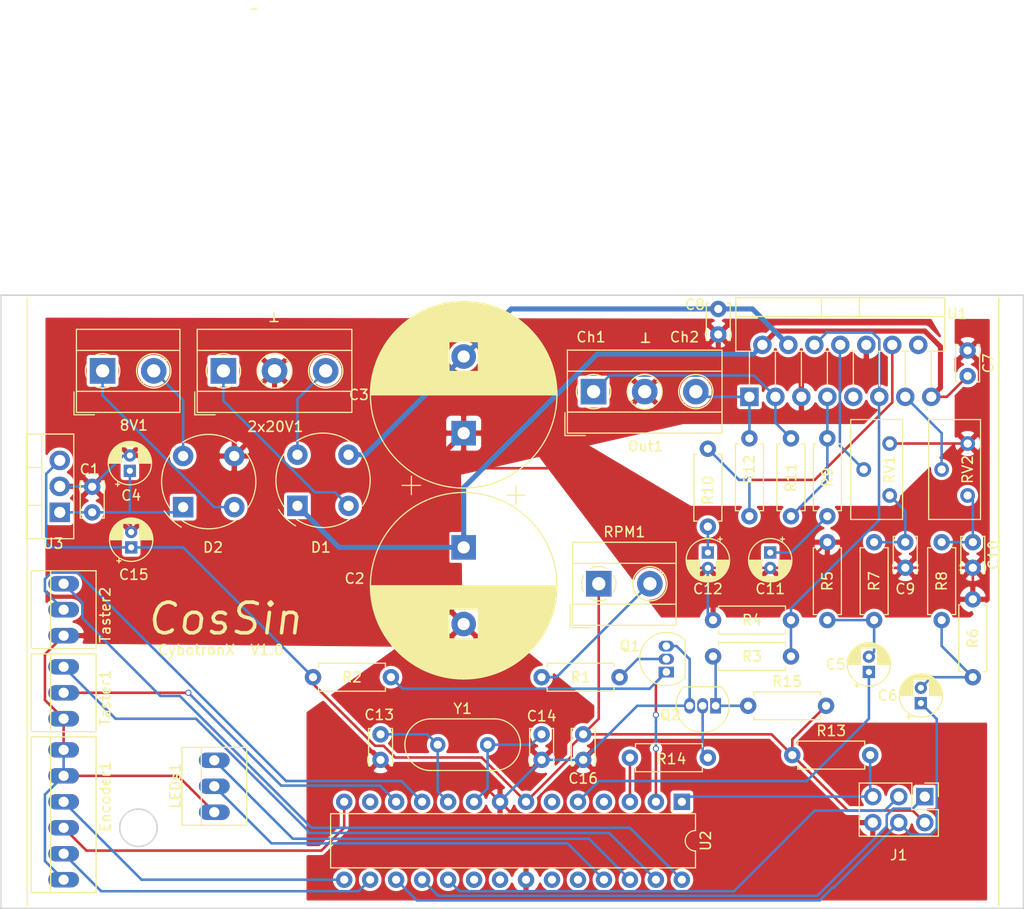
<source format=kicad_pcb>
(kicad_pcb (version 20171130) (host pcbnew 5.1.7-a382d34a8~88~ubuntu18.04.1)
  (layers (0 F.Cu signal hide) (31 B.Cu signal) (34 B.Paste user) (35 F.Paste user) (36 B.SilkS user) (37 F.SilkS user) (38 B.Mask user) (39 F.Mask user hide) (44 Edge.Cuts user))
  (net 0 "")
  (net 1 VEE)
  (net 2 "Net-(R10-Pad1)")
  (net 3 "Net-(C10-Pad1)")
  (net 4 "Net-(C11-Pad1)")
  (net 5 GND)
  (net 6 VCC)
  (net 7 "Net-(C5-Pad2)")
  (net 8 "Net-(C6-Pad2)")
  (net 9 "Net-(C9-Pad1)")
  (net 10 "Net-(C12-Pad1)")
  (net 11 +5V)
  (net 12 "Net-(Q1-Pad2)")
  (net 13 RPM)
  (net 14 Mute)
  (net 15 "Net-(R11-Pad2)")
  (net 16 "Net-(RV1-Pad2)")
  (net 17 "Net-(RV2-Pad2)")
  (net 18 ENC_B)
  (net 19 ENC_S)
  (net 20 ENC_A)
  (net 21 Tast_1)
  (net 22 Tast_2)
  (net 23 LED_1)
  (net 24 LED_2)
  (net 25 LED_3)
  (net 26 LED_4)
  (net 27 "Net-(2x20V1-Pad1)")
  (net 28 "Net-(2x20V1-Pad3)")
  (net 29 "Net-(8V1-Pad1)")
  (net 30 "Net-(8V1-Pad2)")
  (net 31 "Net-(Out1-Pad3)")
  (net 32 "Net-(Out1-Pad1)")
  (net 33 "Net-(R1-Pad2)")
  (net 34 "Net-(C1-Pad1)")
  (net 35 MOSI)
  (net 36 "Net-(C13-Pad1)")
  (net 37 "Net-(C14-Pad1)")
  (net 38 RST)
  (net 39 SCK)
  (net 40 MISO)
  (net 41 "Net-(Q2-Pad1)")
  (net 42 "Net-(Q2-Pad2)")
  (net 43 Mute_)
  (net 44 DDS2)
  (module Capacitor_THT:CP_Radial_D18.0mm_P7.50mm (layer F.Cu) (at 80.264 63.5 90)
    (fp_text reference C3 (at 3.75 -10.25 180) (layer F.SilkS))
    (fp_text value 2200µ/50V)
    (pad 1 thru_hole rect (at 0 0 90) (size 2.4 2.4) (drill 1.2) (layers *.Cu *.Mask) (net 5 GND))
    (pad 2 thru_hole circle (at 7.5 0 90) (size 2.4 2.4) (drill 1.2) (layers *.Cu *.Mask) (net 1 VEE))
  )
  (module Connect:TerminalBlock_MetzConnect_Type055_RT01503HDWU_1x03_P5.00mm_Horizontal (layer F.Cu) (at 92.964 59.436)
    (fp_text reference Out1 (at 5.08 5.334) (layer F.SilkS))
    (fp_text value Screw_Terminal_01x03)
    (pad 3 thru_hole circle (at 10 0) (size 2.5 2.5) (drill 1.3) (layers *.Cu *.Mask) (net 31 "Net-(Out1-Pad3)"))
    (pad 2 thru_hole circle (at 5 0) (size 2.5 2.5) (drill 1.3) (layers *.Cu *.Mask) (net 5 GND))
    (pad 1 thru_hole rect (at 0 0) (size 2.5 2.5) (drill 1.3) (layers *.Cu *.Mask) (net 32 "Net-(Out1-Pad1)"))
  )
  (module Package_TO_SOT_THT:TO-220-3_Vertical (layer F.Cu) (at 40.767 71.247 90)
    (fp_text reference U3 (at -3.048 -0.635 180) (layer F.SilkS))
    (fp_text value LM7805_TO220)
    (pad 3 thru_hole oval (at 5.08 0 90) (size 1.905 2) (drill 1.1) (layers *.Cu *.Mask) (net 11 +5V))
    (pad 2 thru_hole oval (at 2.54 0 90) (size 1.905 2) (drill 1.1) (layers *.Cu *.Mask) (net 5 GND))
    (pad 1 thru_hole rect (at 0 0 90) (size 1.905 2) (drill 1.1) (layers *.Cu *.Mask) (net 34 "Net-(C1-Pad1)"))
  )
  (module Capacitor_THT:C_Disc_D3.4mm_W2.1mm_P2.50mm (layer F.Cu) (at 91.948 92.964 270)
    (fp_text reference C16 (at 4.318 0 180) (layer F.SilkS))
    (fp_text value 100n)
    (pad 2 thru_hole circle (at 2.5 0 270) (size 1.6 1.6) (drill 0.8) (layers *.Cu *.Mask) (net 5 GND))
    (pad 1 thru_hole circle (at 0 0 270) (size 1.6 1.6) (drill 0.8) (layers *.Cu *.Mask) (net 11 +5V))
  )
  (module Crystal:Crystal_HC49-U_Vertical (layer F.Cu) (at 77.724 93.98)
    (fp_text reference Y1 (at 2.44 -3.525) (layer F.SilkS))
    (fp_text value Crystal)
    (pad 2 thru_hole circle (at 4.88 0) (size 1.5 1.5) (drill 0.8) (layers *.Cu *.Mask) (net 37 "Net-(C14-Pad1)"))
    (pad 1 thru_hole circle (at 0 0) (size 1.5 1.5) (drill 0.8) (layers *.Cu *.Mask) (net 36 "Net-(C13-Pad1)"))
  )
  (module Resistor_THT:R_Axial_DIN0207_L6.3mm_D2.5mm_P7.62mm_Horizontal (layer F.Cu) (at 104.14 95.25 180)
    (fp_text reference R14 (at 3.556 -0.127) (layer F.SilkS))
    (fp_text value 100K)
    (pad 2 thru_hole oval (at 7.62 0 180) (size 1.6 1.6) (drill 0.8) (layers *.Cu *.Mask) (net 43 Mute_))
    (pad 1 thru_hole circle (at 0 0 180) (size 1.6 1.6) (drill 0.8) (layers *.Cu *.Mask) (net 42 "Net-(Q2-Pad2)"))
  )
  (module Package_TO_SOT_THT:TO-92_Inline (layer F.Cu) (at 104.902 90.17 180)
    (fp_text reference Q2 (at 4.445 -0.889) (layer F.SilkS))
    (fp_text value BC547)
    (pad 1 thru_hole rect (at 0 0 180) (size 1.05 1.5) (drill 0.75) (layers *.Cu *.Mask) (net 41 "Net-(Q2-Pad1)"))
    (pad 3 thru_hole oval (at 2.54 0 180) (size 1.05 1.5) (drill 0.75) (layers *.Cu *.Mask) (net 5 GND))
    (pad 2 thru_hole oval (at 1.27 0 180) (size 1.05 1.5) (drill 0.75) (layers *.Cu *.Mask) (net 42 "Net-(Q2-Pad2)"))
  )
  (module Package_DIP:DIP-28_W7.62mm (layer F.Cu) (at 101.6 99.568 270)
    (fp_text reference U2 (at 3.81 -2.33 90) (layer F.SilkS))
    (fp_text value ATmega328P-PU)
    (pad 28 thru_hole oval (at 7.62 0 270) (size 1.6 1.6) (drill 0.8) (layers *.Cu *.Mask) (net 24 LED_2))
    (pad 14 thru_hole oval (at 0 33.02 270) (size 1.6 1.6) (drill 0.8) (layers *.Cu *.Mask) (net 18 ENC_B))
    (pad 27 thru_hole oval (at 7.62 2.54 270) (size 1.6 1.6) (drill 0.8) (layers *.Cu *.Mask) (net 23 LED_1))
    (pad 13 thru_hole oval (at 0 30.48 270) (size 1.6 1.6) (drill 0.8) (layers *.Cu *.Mask))
    (pad 26 thru_hole oval (at 7.62 5.08 270) (size 1.6 1.6) (drill 0.8) (layers *.Cu *.Mask) (net 25 LED_3))
    (pad 12 thru_hole oval (at 0 27.94 270) (size 1.6 1.6) (drill 0.8) (layers *.Cu *.Mask) (net 21 Tast_1))
    (pad 25 thru_hole oval (at 7.62 7.62 270) (size 1.6 1.6) (drill 0.8) (layers *.Cu *.Mask) (net 26 LED_4))
    (pad 11 thru_hole oval (at 0 25.4 270) (size 1.6 1.6) (drill 0.8) (layers *.Cu *.Mask) (net 22 Tast_2))
    (pad 24 thru_hole oval (at 7.62 10.16 270) (size 1.6 1.6) (drill 0.8) (layers *.Cu *.Mask))
    (pad 10 thru_hole oval (at 0 22.86 270) (size 1.6 1.6) (drill 0.8) (layers *.Cu *.Mask) (net 36 "Net-(C13-Pad1)"))
    (pad 23 thru_hole oval (at 7.62 12.7 270) (size 1.6 1.6) (drill 0.8) (layers *.Cu *.Mask))
    (pad 9 thru_hole oval (at 0 20.32 270) (size 1.6 1.6) (drill 0.8) (layers *.Cu *.Mask) (net 37 "Net-(C14-Pad1)"))
    (pad 22 thru_hole oval (at 7.62 15.24 270) (size 1.6 1.6) (drill 0.8) (layers *.Cu *.Mask) (net 5 GND))
    (pad 8 thru_hole oval (at 0 17.78 270) (size 1.6 1.6) (drill 0.8) (layers *.Cu *.Mask) (net 5 GND))
    (pad 21 thru_hole oval (at 7.62 17.78 270) (size 1.6 1.6) (drill 0.8) (layers *.Cu *.Mask))
    (pad 7 thru_hole oval (at 0 15.24 270) (size 1.6 1.6) (drill 0.8) (layers *.Cu *.Mask) (net 11 +5V))
    (pad 20 thru_hole oval (at 7.62 20.32 270) (size 1.6 1.6) (drill 0.8) (layers *.Cu *.Mask))
    (pad 6 thru_hole oval (at 0 12.7 270) (size 1.6 1.6) (drill 0.8) (layers *.Cu *.Mask))
    (pad 19 thru_hole oval (at 7.62 22.86 270) (size 1.6 1.6) (drill 0.8) (layers *.Cu *.Mask) (net 39 SCK))
    (pad 5 thru_hole oval (at 0 10.16 270) (size 1.6 1.6) (drill 0.8) (layers *.Cu *.Mask) (net 44 DDS2))
    (pad 18 thru_hole oval (at 7.62 25.4 270) (size 1.6 1.6) (drill 0.8) (layers *.Cu *.Mask) (net 40 MISO))
    (pad 4 thru_hole oval (at 0 7.62 270) (size 1.6 1.6) (drill 0.8) (layers *.Cu *.Mask))
    (pad 17 thru_hole oval (at 7.62 27.94 270) (size 1.6 1.6) (drill 0.8) (layers *.Cu *.Mask) (net 35 MOSI))
    (pad 3 thru_hole oval (at 0 5.08 270) (size 1.6 1.6) (drill 0.8) (layers *.Cu *.Mask) (net 43 Mute_))
    (pad 16 thru_hole oval (at 7.62 30.48 270) (size 1.6 1.6) (drill 0.8) (layers *.Cu *.Mask) (net 20 ENC_A))
    (pad 2 thru_hole oval (at 0 2.54 270) (size 1.6 1.6) (drill 0.8) (layers *.Cu *.Mask) (net 13 RPM))
    (pad 15 thru_hole oval (at 7.62 33.02 270) (size 1.6 1.6) (drill 0.8) (layers *.Cu *.Mask) (net 19 ENC_S))
    (pad 1 thru_hole rect (at 0 0 270) (size 1.6 1.6) (drill 0.8) (layers *.Cu *.Mask) (net 38 RST))
  )
  (module Connector_PinHeader_2.54mm:PinHeader_2x03_P2.54mm_Vertical (layer F.Cu) (at 125.349 99.06 270)
    (fp_text reference J1 (at 5.715 2.54 180) (layer F.SilkS))
    (fp_text value AVR-ISP-6)
    (pad 6 thru_hole oval (at 2.54 5.08 270) (size 1.7 1.7) (drill 1) (layers *.Cu *.Mask) (net 5 GND))
    (pad 5 thru_hole oval (at 0 5.08 270) (size 1.7 1.7) (drill 1) (layers *.Cu *.Mask) (net 38 RST))
    (pad 4 thru_hole oval (at 2.54 2.54 270) (size 1.7 1.7) (drill 1) (layers *.Cu *.Mask) (net 35 MOSI))
    (pad 3 thru_hole oval (at 0 2.54 270) (size 1.7 1.7) (drill 1) (layers *.Cu *.Mask) (net 39 SCK))
    (pad 2 thru_hole oval (at 2.54 0 270) (size 1.7 1.7) (drill 1) (layers *.Cu *.Mask) (net 11 +5V))
    (pad 1 thru_hole rect (at 0 0 270) (size 1.7 1.7) (drill 1) (layers *.Cu *.Mask) (net 40 MISO))
  )
  (module Resistor_THT:R_Axial_DIN0207_L6.3mm_D2.5mm_P7.62mm_Horizontal (layer F.Cu) (at 108.077 90.17)
    (fp_text reference R15 (at 3.81 -2.37) (layer F.SilkS))
    (fp_text value 10K)
    (pad 2 thru_hole oval (at 7.62 0) (size 1.6 1.6) (drill 0.8) (layers *.Cu *.Mask) (net 11 +5V))
    (pad 1 thru_hole circle (at 0 0) (size 1.6 1.6) (drill 0.8) (layers *.Cu *.Mask) (net 41 "Net-(Q2-Pad1)"))
  )
  (module Capacitor_THT:CP_Radial_D4.0mm_P1.50mm (layer F.Cu) (at 47.752 74.676 90)
    (fp_text reference C15 (at -2.667 0.254 180) (layer F.SilkS))
    (fp_text value 10µ)
    (pad 2 thru_hole circle (at 1.5 0 90) (size 1.2 1.2) (drill 0.6) (layers *.Cu *.Mask) (net 5 GND))
    (pad 1 thru_hole rect (at 0 0 90) (size 1.2 1.2) (drill 0.6) (layers *.Cu *.Mask) (net 11 +5V))
  )
  (module Resistor_THT:R_Axial_DIN0207_L6.3mm_D2.5mm_P7.62mm_Horizontal (layer F.Cu) (at 112.395 94.996)
    (fp_text reference R13 (at 3.81 -2.37) (layer F.SilkS))
    (fp_text value 10K)
    (pad 2 thru_hole oval (at 7.62 0) (size 1.6 1.6) (drill 0.8) (layers *.Cu *.Mask) (net 38 RST))
    (pad 1 thru_hole circle (at 0 0) (size 1.6 1.6) (drill 0.8) (layers *.Cu *.Mask) (net 11 +5V))
  )
  (module Capacitor_THT:C_Disc_D3.4mm_W2.1mm_P2.50mm (layer F.Cu) (at 72.136 92.964 270)
    (fp_text reference C13 (at -1.905 0.127 180) (layer F.SilkS))
    (fp_text value 22p)
    (pad 2 thru_hole circle (at 2.5 0 270) (size 1.6 1.6) (drill 0.8) (layers *.Cu *.Mask) (net 5 GND))
    (pad 1 thru_hole circle (at 0 0 270) (size 1.6 1.6) (drill 0.8) (layers *.Cu *.Mask) (net 36 "Net-(C13-Pad1)"))
  )
  (module Capacitor_THT:C_Disc_D3.4mm_W2.1mm_P2.50mm (layer F.Cu) (at 87.884 92.964 270)
    (fp_text reference C14 (at -1.778 0 180) (layer F.SilkS))
    (fp_text value 22p)
    (pad 2 thru_hole circle (at 2.5 0 270) (size 1.6 1.6) (drill 0.8) (layers *.Cu *.Mask) (net 5 GND))
    (pad 1 thru_hole circle (at 0 0 270) (size 1.6 1.6) (drill 0.8) (layers *.Cu *.Mask) (net 37 "Net-(C14-Pad1)"))
  )
  (module Diode_THT:Diode_Bridge_Round_D9.0mm (layer F.Cu) (at 64.008 70.612 90)
    (fp_text reference D1 (at -4.064 2.286 180) (layer F.SilkS))
    (fp_text value D_Bridge_+A-A)
    (pad 4 thru_hole oval (at 5 0 90) (size 2 2) (drill 1) (layers *.Cu *.Mask) (net 28 "Net-(2x20V1-Pad3)"))
    (pad 2 thru_hole oval (at 0 5 90) (size 2 2) (drill 1) (layers *.Cu *.Mask) (net 27 "Net-(2x20V1-Pad1)"))
    (pad 3 thru_hole oval (at 5 5 90) (size 2 2) (drill 1) (layers *.Cu *.Mask) (net 1 VEE))
    (pad 1 thru_hole rect (at 0 0 90) (size 2 2) (drill 1) (layers *.Cu *.Mask) (net 6 VCC))
  )
  (module Connectors_:PINHEAD1-3 (layer F.Cu) (at 55.88 100.584 90)
    (fp_text reference LEDs1 (at 2.59 -3.8 90) (layer F.SilkS))
    (fp_text value Conn_01x03)
    (pad 3 thru_hole oval (at 5.08 0 90) (size 1.51 3.01) (drill 1) (layers *.Cu *.Mask) (net 25 LED_3))
    (pad 2 thru_hole oval (at 2.54 0 90) (size 1.51 3.01) (drill 1) (layers *.Cu *.Mask) (net 26 LED_4))
    (pad 1 thru_hole oval (at 0 0 90) (size 1.51 3.01) (drill 1) (layers *.Cu *.Mask) (net 5 GND))
  )
  (module Connectors_:PINHEAD1-3 (layer F.Cu) (at 41.148 83.312 90)
    (fp_text reference Taster2 (at 2.032 4.064 90) (layer F.SilkS))
    (fp_text value Conn_01x03)
    (pad 3 thru_hole oval (at 5.08 0 90) (size 1.51 3.01) (drill 1) (layers *.Cu *.Mask) (net 24 LED_2))
    (pad 2 thru_hole oval (at 2.54 0 90) (size 1.51 3.01) (drill 1) (layers *.Cu *.Mask) (net 22 Tast_2))
    (pad 1 thru_hole oval (at 0 0 90) (size 1.51 3.01) (drill 1) (layers *.Cu *.Mask) (net 5 GND))
  )
  (module Connectors_:PINHEAD1-3 (layer F.Cu) (at 41.148 91.44 90)
    (fp_text reference Taster1 (at 2.032 4.064 90) (layer F.SilkS))
    (fp_text value Conn_01x03)
    (pad 3 thru_hole oval (at 5.08 0 90) (size 1.51 3.01) (drill 1) (layers *.Cu *.Mask) (net 23 LED_1))
    (pad 2 thru_hole oval (at 2.54 0 90) (size 1.51 3.01) (drill 1) (layers *.Cu *.Mask) (net 21 Tast_1))
    (pad 1 thru_hole oval (at 0 0 90) (size 1.51 3.01) (drill 1) (layers *.Cu *.Mask) (net 5 GND))
  )
  (module Connectors_:PINHEAD1-6 (layer F.Cu) (at 41.148 107.188 90)
    (fp_text reference Encoder1 (at 8.128 4.064 90) (layer F.SilkS))
    (fp_text value Conn_01x06)
    (pad 6 thru_hole oval (at 12.7 0 90) (size 1.51 3.01) (drill 1) (layers *.Cu *.Mask) (net 5 GND))
    (pad 5 thru_hole oval (at 10.16 0 90) (size 1.51 3.01) (drill 1) (layers *.Cu *.Mask) (net 5 GND))
    (pad 4 thru_hole oval (at 7.62 0 90) (size 1.51 3.01) (drill 1) (layers *.Cu *.Mask) (net 19 ENC_S))
    (pad 3 thru_hole oval (at 5.08 0 90) (size 1.51 3.01) (drill 1) (layers *.Cu *.Mask) (net 18 ENC_B))
    (pad 2 thru_hole oval (at 2.54 0 90) (size 1.51 3.01) (drill 1) (layers *.Cu *.Mask) (net 20 ENC_A))
    (pad 1 thru_hole oval (at 0 0 90) (size 1.51 3.01) (drill 1) (layers *.Cu *.Mask) (net 5 GND))
  )
  (module Capacitor_THT:CP_Radial_D4.0mm_P1.50mm (layer F.Cu) (at 47.625 67.183 90)
    (fp_text reference C1 (at 0.127 -3.937 180) (layer F.SilkS))
    (fp_text value 10µ)
    (pad 2 thru_hole circle (at 1.5 0 90) (size 1.2 1.2) (drill 0.6) (layers *.Cu *.Mask) (net 5 GND))
    (pad 1 thru_hole rect (at 0 0 90) (size 1.2 1.2) (drill 0.6) (layers *.Cu *.Mask) (net 34 "Net-(C1-Pad1)"))
  )
  (module Capacitor_THT:CP_Radial_D18.0mm_P7.50mm (layer F.Cu) (at 80.264 74.676 270)
    (fp_text reference C2 (at 3.048 10.668 180) (layer F.SilkS))
    (fp_text value 2200µ/50V)
    (pad 2 thru_hole circle (at 7.5 0 270) (size 2.4 2.4) (drill 1.2) (layers *.Cu *.Mask) (net 5 GND))
    (pad 1 thru_hole rect (at 0 0 270) (size 2.4 2.4) (drill 1.2) (layers *.Cu *.Mask) (net 6 VCC))
  )
  (module Capacitor_THT:C_Disc_D3.4mm_W2.1mm_P2.50mm (layer F.Cu) (at 43.942 71.247 90)
    (fp_text reference C4 (at 1.651 3.81 180) (layer F.SilkS))
    (fp_text value 100n)
    (pad 1 thru_hole circle (at 0 0 90) (size 1.6 1.6) (drill 0.8) (layers *.Cu *.Mask) (net 34 "Net-(C1-Pad1)"))
    (pad 2 thru_hole circle (at 2.5 0 90) (size 1.6 1.6) (drill 0.8) (layers *.Cu *.Mask) (net 5 GND))
  )
  (module Capacitor_THT:CP_Radial_D4.0mm_P1.50mm (layer F.Cu) (at 119.888 86.868 90)
    (fp_text reference C5 (at 0.75 -3.25 180) (layer F.SilkS))
    (fp_text value 10µ)
    (pad 1 thru_hole rect (at 0 0 90) (size 1.2 1.2) (drill 0.6) (layers *.Cu *.Mask) (net 44 DDS2))
    (pad 2 thru_hole circle (at 1.5 0 90) (size 1.2 1.2) (drill 0.6) (layers *.Cu *.Mask) (net 7 "Net-(C5-Pad2)"))
  )
  (module Capacitor_THT:CP_Radial_D4.0mm_P1.50mm (layer F.Cu) (at 124.968 89.916 90)
    (fp_text reference C6 (at 0.75 -3.25 180) (layer F.SilkS))
    (fp_text value 10µ)
    (pad 1 thru_hole rect (at 0 0 90) (size 1.2 1.2) (drill 0.6) (layers *.Cu *.Mask) (net 35 MOSI))
    (pad 2 thru_hole circle (at 1.5 0 90) (size 1.2 1.2) (drill 0.6) (layers *.Cu *.Mask) (net 8 "Net-(C6-Pad2)"))
  )
  (module Capacitor_THT:C_Disc_D3.4mm_W2.1mm_P2.50mm (layer F.Cu) (at 129.54 57.912 90)
    (fp_text reference C7 (at 1.25 2.032 90) (layer F.SilkS))
    (fp_text value 100n)
    (pad 2 thru_hole circle (at 2.5 0 90) (size 1.6 1.6) (drill 0.8) (layers *.Cu *.Mask) (net 5 GND))
    (pad 1 thru_hole circle (at 0 0 90) (size 1.6 1.6) (drill 0.8) (layers *.Cu *.Mask) (net 6 VCC))
  )
  (module Capacitor_THT:C_Disc_D3.4mm_W2.1mm_P2.50mm (layer F.Cu) (at 105.156 53.848 90)
    (fp_text reference C8 (at 2.921 -2.286 180) (layer F.SilkS))
    (fp_text value 100n)
    (pad 1 thru_hole circle (at 0 0 90) (size 1.6 1.6) (drill 0.8) (layers *.Cu *.Mask) (net 5 GND))
    (pad 2 thru_hole circle (at 2.5 0 90) (size 1.6 1.6) (drill 0.8) (layers *.Cu *.Mask) (net 1 VEE))
  )
  (module Capacitor_THT:C_Disc_D3.4mm_W2.1mm_P2.50mm (layer F.Cu) (at 123.444 74.168 270)
    (fp_text reference C9 (at 4.572 0 180) (layer F.SilkS))
    (fp_text value 100n)
    (pad 2 thru_hole circle (at 2.5 0 270) (size 1.6 1.6) (drill 0.8) (layers *.Cu *.Mask) (net 5 GND))
    (pad 1 thru_hole circle (at 0 0 270) (size 1.6 1.6) (drill 0.8) (layers *.Cu *.Mask) (net 9 "Net-(C9-Pad1)"))
  )
  (module Capacitor_THT:C_Disc_D3.4mm_W2.1mm_P2.50mm (layer F.Cu) (at 130.048 74.168 270)
    (fp_text reference C10 (at 1.25 -2.032 90) (layer F.SilkS))
    (fp_text value 100n)
    (pad 1 thru_hole circle (at 0 0 270) (size 1.6 1.6) (drill 0.8) (layers *.Cu *.Mask) (net 3 "Net-(C10-Pad1)"))
    (pad 2 thru_hole circle (at 2.5 0 270) (size 1.6 1.6) (drill 0.8) (layers *.Cu *.Mask) (net 5 GND))
  )
  (module Capacitor_THT:CP_Radial_D4.0mm_P1.50mm (layer F.Cu) (at 110.236 75.184 270)
    (fp_text reference C11 (at 3.556 0 180) (layer F.SilkS))
    (fp_text value 10µ)
    (pad 2 thru_hole circle (at 1.5 0 270) (size 1.2 1.2) (drill 0.6) (layers *.Cu *.Mask) (net 5 GND))
    (pad 1 thru_hole rect (at 0 0 270) (size 1.2 1.2) (drill 0.6) (layers *.Cu *.Mask) (net 4 "Net-(C11-Pad1)"))
  )
  (module Capacitor_THT:CP_Radial_D4.0mm_P1.50mm (layer F.Cu) (at 104.14 75.184 270)
    (fp_text reference C12 (at 3.556 0 180) (layer F.SilkS))
    (fp_text value 10µ)
    (pad 1 thru_hole rect (at 0 0 270) (size 1.2 1.2) (drill 0.6) (layers *.Cu *.Mask) (net 10 "Net-(C12-Pad1)"))
    (pad 2 thru_hole circle (at 1.5 0 270) (size 1.2 1.2) (drill 0.6) (layers *.Cu *.Mask) (net 5 GND))
  )
  (module Connect:TerminalBlock_MetzConnect_Type055_RT01502HDWU_1x02_P5.00mm_Horizontal (layer F.Cu) (at 93.472 78.232)
    (fp_text reference RPM1 (at 2.5 -5.06) (layer F.SilkS))
    (fp_text value Screw_Terminal_01x02)
    (pad 2 thru_hole circle (at 5 0) (size 2.5 2.5) (drill 1.3) (layers *.Cu *.Mask) (net 33 "Net-(R1-Pad2)"))
    (pad 1 thru_hole rect (at 0 0) (size 2.5 2.5) (drill 1.3) (layers *.Cu *.Mask) (net 11 +5V))
  )
  (module Connect:TerminalBlock_MetzConnect_Type055_RT01503HDWU_1x03_P5.00mm_Horizontal (layer F.Cu) (at 56.769 57.404)
    (fp_text reference 2x20V1 (at 5.08 5.461) (layer F.SilkS))
    (fp_text value Screw_Terminal_01x03)
    (pad 1 thru_hole rect (at 0 0) (size 2.5 2.5) (drill 1.3) (layers *.Cu *.Mask) (net 27 "Net-(2x20V1-Pad1)"))
    (pad 2 thru_hole circle (at 5 0) (size 2.5 2.5) (drill 1.3) (layers *.Cu *.Mask) (net 5 GND))
    (pad 3 thru_hole circle (at 10 0) (size 2.5 2.5) (drill 1.3) (layers *.Cu *.Mask) (net 28 "Net-(2x20V1-Pad3)"))
  )
  (module Connect:TerminalBlock_MetzConnect_Type055_RT01502HDWU_1x02_P5.00mm_Horizontal (layer F.Cu) (at 44.958 57.404)
    (fp_text reference 8V1 (at 3.048 5.334) (layer F.SilkS))
    (fp_text value Screw_Terminal_01x02)
    (pad 1 thru_hole rect (at 0 0) (size 2.5 2.5) (drill 1.3) (layers *.Cu *.Mask) (net 29 "Net-(8V1-Pad1)"))
    (pad 2 thru_hole circle (at 5 0) (size 2.5 2.5) (drill 1.3) (layers *.Cu *.Mask) (net 30 "Net-(8V1-Pad2)"))
  )
  (module Package_TO_SOT_THT:TO-92_Inline (layer F.Cu) (at 100.076 86.868 90)
    (fp_text reference Q1 (at 2.54 -3.556 180) (layer F.SilkS))
    (fp_text value BC547)
    (pad 2 thru_hole oval (at 1.27 0 90) (size 1.05 1.5) (drill 0.75) (layers *.Cu *.Mask) (net 12 "Net-(Q1-Pad2)"))
    (pad 3 thru_hole oval (at 2.54 0 90) (size 1.05 1.5) (drill 0.75) (layers *.Cu *.Mask) (net 5 GND))
    (pad 1 thru_hole rect (at 0 0 90) (size 1.05 1.5) (drill 0.75) (layers *.Cu *.Mask) (net 13 RPM))
  )
  (module Resistor_THT:R_Axial_DIN0207_L6.3mm_D2.5mm_P7.62mm_Horizontal (layer F.Cu) (at 95.504 87.376 180)
    (fp_text reference R1 (at 3.81 0) (layer F.SilkS))
    (fp_text value 100K)
    (pad 2 thru_hole oval (at 7.62 0 180) (size 1.6 1.6) (drill 0.8) (layers *.Cu *.Mask) (net 33 "Net-(R1-Pad2)"))
    (pad 1 thru_hole circle (at 0 0 180) (size 1.6 1.6) (drill 0.8) (layers *.Cu *.Mask) (net 12 "Net-(Q1-Pad2)"))
  )
  (module Resistor_THT:R_Axial_DIN0207_L6.3mm_D2.5mm_P7.62mm_Horizontal (layer F.Cu) (at 73.152 87.376 180)
    (fp_text reference R2 (at 3.81 0) (layer F.SilkS))
    (fp_text value 10K)
    (pad 2 thru_hole oval (at 7.62 0 180) (size 1.6 1.6) (drill 0.8) (layers *.Cu *.Mask) (net 11 +5V))
    (pad 1 thru_hole circle (at 0 0 180) (size 1.6 1.6) (drill 0.8) (layers *.Cu *.Mask) (net 13 RPM))
  )
  (module Resistor_THT:R_Axial_DIN0207_L6.3mm_D2.5mm_P7.62mm_Horizontal (layer F.Cu) (at 112.268 85.344 180)
    (fp_text reference R3 (at 3.81 0) (layer F.SilkS))
    (fp_text value 1K)
    (pad 2 thru_hole oval (at 7.62 0 180) (size 1.6 1.6) (drill 0.8) (layers *.Cu *.Mask) (net 41 "Net-(Q2-Pad1)"))
    (pad 1 thru_hole circle (at 0 0 180) (size 1.6 1.6) (drill 0.8) (layers *.Cu *.Mask) (net 14 Mute))
  )
  (module Resistor_THT:R_Axial_DIN0207_L6.3mm_D2.5mm_P7.62mm_Horizontal (layer F.Cu) (at 112.268 81.788 180)
    (fp_text reference R4 (at 3.81 0) (layer F.SilkS))
    (fp_text value 100K)
    (pad 1 thru_hole circle (at 0 0 180) (size 1.6 1.6) (drill 0.8) (layers *.Cu *.Mask) (net 14 Mute))
    (pad 2 thru_hole oval (at 7.62 0 180) (size 1.6 1.6) (drill 0.8) (layers *.Cu *.Mask) (net 5 GND))
  )
  (module Resistor_THT:R_Axial_DIN0207_L6.3mm_D2.5mm_P7.62mm_Horizontal (layer F.Cu) (at 115.824 81.788 90)
    (fp_text reference R5 (at 3.81 0 90) (layer F.SilkS))
    (fp_text value 100K)
    (pad 2 thru_hole oval (at 7.62 0 90) (size 1.6 1.6) (drill 0.8) (layers *.Cu *.Mask) (net 5 GND))
    (pad 1 thru_hole circle (at 0 0 90) (size 1.6 1.6) (drill 0.8) (layers *.Cu *.Mask) (net 7 "Net-(C5-Pad2)"))
  )
  (module Resistor_THT:R_Axial_DIN0207_L6.3mm_D2.5mm_P7.62mm_Horizontal (layer F.Cu) (at 130.048 87.376 90)
    (fp_text reference R6 (at 3.81 0 90) (layer F.SilkS))
    (fp_text value 100K)
    (pad 1 thru_hole circle (at 0 0 90) (size 1.6 1.6) (drill 0.8) (layers *.Cu *.Mask) (net 8 "Net-(C6-Pad2)"))
    (pad 2 thru_hole oval (at 7.62 0 90) (size 1.6 1.6) (drill 0.8) (layers *.Cu *.Mask) (net 5 GND))
  )
  (module Resistor_THT:R_Axial_DIN0207_L6.3mm_D2.5mm_P7.62mm_Horizontal (layer F.Cu) (at 120.396 74.168 270)
    (fp_text reference R7 (at 3.81 0 90) (layer F.SilkS))
    (fp_text value 10K)
    (pad 1 thru_hole circle (at 0 0 270) (size 1.6 1.6) (drill 0.8) (layers *.Cu *.Mask) (net 9 "Net-(C9-Pad1)"))
    (pad 2 thru_hole oval (at 7.62 0 270) (size 1.6 1.6) (drill 0.8) (layers *.Cu *.Mask) (net 7 "Net-(C5-Pad2)"))
  )
  (module Resistor_THT:R_Axial_DIN0207_L6.3mm_D2.5mm_P7.62mm_Horizontal (layer F.Cu) (at 127 74.168 270)
    (fp_text reference R8 (at 3.81 0 90) (layer F.SilkS))
    (fp_text value 10K)
    (pad 1 thru_hole circle (at 0 0 270) (size 1.6 1.6) (drill 0.8) (layers *.Cu *.Mask) (net 3 "Net-(C10-Pad1)"))
    (pad 2 thru_hole oval (at 7.62 0 270) (size 1.6 1.6) (drill 0.8) (layers *.Cu *.Mask) (net 8 "Net-(C6-Pad2)"))
  )
  (module Resistor_THT:R_Axial_DIN0207_L6.3mm_D2.5mm_P7.62mm_Horizontal (layer F.Cu) (at 115.824 64.008 270)
    (fp_text reference R9 (at 3.81 0 90) (layer F.SilkS))
    (fp_text value 1K)
    (pad 1 thru_hole circle (at 0 0 270) (size 1.6 1.6) (drill 0.8) (layers *.Cu *.Mask) (net 15 "Net-(R11-Pad2)"))
    (pad 2 thru_hole oval (at 7.62 0 270) (size 1.6 1.6) (drill 0.8) (layers *.Cu *.Mask) (net 4 "Net-(C11-Pad1)"))
  )
  (module Resistor_THT:R_Axial_DIN0207_L6.3mm_D2.5mm_P7.62mm_Horizontal (layer F.Cu) (at 104.14 65.024 270)
    (fp_text reference R10 (at 4.064 0 90) (layer F.SilkS))
    (fp_text value 1K)
    (pad 2 thru_hole oval (at 7.62 0 270) (size 1.6 1.6) (drill 0.8) (layers *.Cu *.Mask) (net 10 "Net-(C12-Pad1)"))
    (pad 1 thru_hole circle (at 0 0 270) (size 1.6 1.6) (drill 0.8) (layers *.Cu *.Mask) (net 2 "Net-(R10-Pad1)"))
  )
  (module Resistor_THT:R_Axial_DIN0207_L6.3mm_D2.5mm_P7.62mm_Horizontal (layer F.Cu) (at 112.268 64.008 270)
    (fp_text reference R11 (at 3.81 0 90) (layer F.SilkS))
    (fp_text value 22K)
    (pad 2 thru_hole oval (at 7.62 0 270) (size 1.6 1.6) (drill 0.8) (layers *.Cu *.Mask) (net 15 "Net-(R11-Pad2)"))
    (pad 1 thru_hole circle (at 0 0 270) (size 1.6 1.6) (drill 0.8) (layers *.Cu *.Mask) (net 32 "Net-(Out1-Pad1)"))
  )
  (module Resistor_THT:R_Axial_DIN0207_L6.3mm_D2.5mm_P7.62mm_Horizontal (layer F.Cu) (at 108.204 64.008 270)
    (fp_text reference R12 (at 3.048 0 90) (layer F.SilkS))
    (fp_text value 22K)
    (pad 1 thru_hole circle (at 0 0 270) (size 1.6 1.6) (drill 0.8) (layers *.Cu *.Mask) (net 31 "Net-(Out1-Pad3)"))
    (pad 2 thru_hole oval (at 7.62 0 270) (size 1.6 1.6) (drill 0.8) (layers *.Cu *.Mask) (net 2 "Net-(R10-Pad1)"))
  )
  (module Package_TO_SOT_THT:TO-220-15_P2.54x2.54mm_StaggerOdd_Lead4.58mm_Vertical (layer F.Cu) (at 108.204 59.944)
    (fp_text reference U1 (at 20.32 -8.128) (layer F.SilkS))
    (fp_text value LM1876)
    (pad 1 thru_hole rect (at 0 0) (size 1.8 1.8) (drill 1) (layers *.Cu *.Mask) (net 31 "Net-(Out1-Pad3)"))
    (pad 2 thru_hole oval (at 1.27 -5.08) (size 1.8 1.8) (drill 1) (layers *.Cu *.Mask) (net 6 VCC))
    (pad 3 thru_hole oval (at 2.54 0) (size 1.8 1.8) (drill 1) (layers *.Cu *.Mask) (net 32 "Net-(Out1-Pad1)"))
    (pad 4 thru_hole oval (at 3.81 -5.08) (size 1.8 1.8) (drill 1) (layers *.Cu *.Mask) (net 1 VEE))
    (pad 5 thru_hole oval (at 5.08 0) (size 1.8 1.8) (drill 1) (layers *.Cu *.Mask) (net 5 GND))
    (pad 6 thru_hole oval (at 6.35 -5.08) (size 1.8 1.8) (drill 1) (layers *.Cu *.Mask) (net 14 Mute))
    (pad 7 thru_hole oval (at 7.62 0) (size 1.8 1.8) (drill 1) (layers *.Cu *.Mask) (net 15 "Net-(R11-Pad2)"))
    (pad 8 thru_hole oval (at 8.89 -5.08) (size 1.8 1.8) (drill 1) (layers *.Cu *.Mask) (net 16 "Net-(RV1-Pad2)"))
    (pad 9 thru_hole oval (at 10.16 0) (size 1.8 1.8) (drill 1) (layers *.Cu *.Mask))
    (pad 10 thru_hole oval (at 11.43 -5.08) (size 1.8 1.8) (drill 1) (layers *.Cu *.Mask) (net 5 GND))
    (pad 11 thru_hole oval (at 12.7 0) (size 1.8 1.8) (drill 1) (layers *.Cu *.Mask) (net 14 Mute))
    (pad 12 thru_hole oval (at 13.97 -5.08) (size 1.8 1.8) (drill 1) (layers *.Cu *.Mask) (net 2 "Net-(R10-Pad1)"))
    (pad 13 thru_hole oval (at 15.24 0) (size 1.8 1.8) (drill 1) (layers *.Cu *.Mask) (net 17 "Net-(RV2-Pad2)"))
    (pad 14 thru_hole oval (at 16.51 -5.08) (size 1.8 1.8) (drill 1) (layers *.Cu *.Mask))
    (pad 15 thru_hole oval (at 17.78 0) (size 1.8 1.8) (drill 1) (layers *.Cu *.Mask) (net 6 VCC))
  )
  (module Diode_THT:Diode_Bridge_Round_D9.0mm (layer F.Cu) (at 52.832 70.739 90)
    (fp_text reference D2 (at -3.937 2.921 180) (layer F.SilkS))
    (fp_text value D_Bridge_+A-A)
    (pad 1 thru_hole rect (at 0 0 90) (size 2 2) (drill 1) (layers *.Cu *.Mask) (net 34 "Net-(C1-Pad1)"))
    (pad 3 thru_hole oval (at 5 5 90) (size 2 2) (drill 1) (layers *.Cu *.Mask) (net 5 GND))
    (pad 2 thru_hole oval (at 0 5 90) (size 2 2) (drill 1) (layers *.Cu *.Mask) (net 29 "Net-(8V1-Pad1)"))
    (pad 4 thru_hole oval (at 5 0 90) (size 2 2) (drill 1) (layers *.Cu *.Mask) (net 30 "Net-(8V1-Pad2)"))
  )
  (module Potentiometer_THT:Potentiometer_Bourns_3296Y_Vertical (layer F.Cu) (at 121.92 69.596 270)
    (fp_text reference RV1 (at -2.54 0 90) (layer F.SilkS))
    (fp_text value 100K)
    (pad 1 thru_hole circle (at 0 0 270) (size 1.44 1.44) (drill 0.8) (layers *.Cu *.Mask) (net 9 "Net-(C9-Pad1)"))
    (pad 2 thru_hole circle (at -2.54 2.54 270) (size 1.44 1.44) (drill 0.8) (layers *.Cu *.Mask) (net 16 "Net-(RV1-Pad2)"))
    (pad 3 thru_hole circle (at -5.08 0 270) (size 1.44 1.44) (drill 0.8) (layers *.Cu *.Mask) (net 5 GND))
  )
  (module Potentiometer_THT:Potentiometer_Bourns_3296Y_Vertical (layer F.Cu) (at 129.54 69.596 270)
    (fp_text reference RV2 (at -2.54 0 90) (layer F.SilkS))
    (fp_text value 100K)
    (pad 3 thru_hole circle (at -5.08 0 270) (size 1.44 1.44) (drill 0.8) (layers *.Cu *.Mask) (net 5 GND))
    (pad 2 thru_hole circle (at -2.54 2.54 270) (size 1.44 1.44) (drill 0.8) (layers *.Cu *.Mask) (net 17 "Net-(RV2-Pad2)"))
    (pad 1 thru_hole circle (at 0 0 270) (size 1.44 1.44) (drill 0.8) (layers *.Cu *.Mask) (net 3 "Net-(C10-Pad1)"))
  )
  (gr_text Ch2 (at 101.854 54.102) (layer F.SilkS) (effects (font (size 1 1))))
  (gr_text Ch1 (at 92.71 54.102) (layer F.SilkS) (effects (font (size 1 1))))
  (gr_line (start 98.044 53.721) (end 98.044 54.61) (layer F.SilkS) (width 0.15))
  (gr_line (start 98.044 54.61) (end 98.044 53.721) (layer F.SilkS) (width 0.15))
  (gr_line (start 98.425 54.61) (end 97.663 54.61) (layer F.SilkS) (width 0.15))
  (gr_line (start 61.722 51.689) (end 61.722 52.578) (layer F.SilkS) (width 0.15))
  (gr_line (start 61.722 52.578) (end 61.722 51.689) (layer F.SilkS) (width 0.15))
  (gr_line (start 62.103 52.578) (end 61.341 52.578) (layer F.SilkS) (width 0.15))
  (gr_text ~ (at 59.817 21.971) (layer F.SilkS) (effects (font (size 1 1))))
  (gr_text "CybotronX  V1.0" (at 56.515 84.709) (layer F.SilkS) (effects (font (size 1 1))))
  (gr_text CosSin (at 56.896 81.661) (layer F.SilkS) (effects (font (size 3 3) (thickness 0.35) italic)))
  (gr_circle (center 48.46038 102.108) (end 49.98438 103.124) (layer Edge.Cuts) (width 0.15))
  (gr_line (start 37.592 50.292) (end 37.592 109.728) (layer F.SilkS) (width 0.15))
  (gr_line (start 132.588 50.292) (end 132.588 109.728) (layer F.SilkS) (width 0.15))
  (gr_line (start 35 110) (end 35 50) (layer Edge.Cuts) (width 0.15))
  (gr_line (start 135 110) (end 35 110) (layer Edge.Cuts) (width 0.15))
  (gr_line (start 135 50) (end 135 110) (layer Edge.Cuts) (width 0.15))
  (gr_line (start 35 50) (end 135 50) (layer Edge.Cuts) (width 0.15))
  (segment (start 70.652 65.612) (end 80.264 56) (width 0.5) (layer B.Cu) (net 1))
  (segment (start 69.008 65.612) (end 70.652 65.612) (width 0.5) (layer B.Cu) (net 1))
  (segment (start 84.916 51.348) (end 105.156 51.348) (width 0.5) (layer B.Cu) (net 1))
  (segment (start 80.264 56) (end 84.916 51.348) (width 0.5) (layer B.Cu) (net 1))
  (segment (start 108.498 51.348) (end 112.014 54.864) (width 0.5) (layer B.Cu) (net 1))
  (segment (start 105.156 51.348) (end 108.498 51.348) (width 0.5) (layer B.Cu) (net 1))
  (segment (start 108.204 71.628) (end 108.204 68.072) (width 0.25) (layer B.Cu) (net 2))
  (segment (start 122.174 60.487002) (end 114.589002 68.072) (width 0.25) (layer F.Cu) (net 2))
  (segment (start 122.174 54.864) (end 122.174 60.487002) (width 0.25) (layer F.Cu) (net 2))
  (via (at 108.204 68.072) (size 0.6) (drill 0.4) (layers F.Cu B.Cu) (net 2))
  (segment (start 114.589002 68.072) (end 108.204 68.072) (width 0.25) (layer F.Cu) (net 2))
  (segment (start 107.188 68.072) (end 108.204 68.072) (width 0.25) (layer B.Cu) (net 2))
  (segment (start 104.14 65.024) (end 107.188 68.072) (width 0.25) (layer B.Cu) (net 2))
  (segment (start 127 74.168) (end 130.048 74.168) (width 0.25) (layer B.Cu) (net 3))
  (segment (start 130.048 70.104) (end 129.54 69.596) (width 0.25) (layer B.Cu) (net 3))
  (segment (start 130.048 74.168) (end 130.048 70.104) (width 0.25) (layer B.Cu) (net 3))
  (segment (start 112.268 75.184) (end 115.824 71.628) (width 0.25) (layer B.Cu) (net 4))
  (segment (start 110.236 75.184) (end 112.268 75.184) (width 0.25) (layer B.Cu) (net 4))
  (segment (start 108.204 59.944) (end 108.204 64.008) (width 0.25) (layer B.Cu) (net 31))
  (segment (start 103.472 59.944) (end 102.964 59.436) (width 0.25) (layer B.Cu) (net 31))
  (segment (start 108.204 59.944) (end 103.472 59.944) (width 0.25) (layer B.Cu) (net 31))
  (segment (start 39.31799 98.85801) (end 41.148 97.028) (width 0.25) (layer B.Cu) (net 5))
  (segment (start 39.31799 105.35799) (end 39.31799 98.85801) (width 0.25) (layer B.Cu) (net 5))
  (segment (start 41.148 107.188) (end 39.31799 105.35799) (width 0.25) (layer B.Cu) (net 5))
  (segment (start 41.148 97.028) (end 41.148 94.488) (width 0.25) (layer B.Cu) (net 5))
  (segment (start 41.148 94.488) (end 41.148 91.44) (width 0.25) (layer F.Cu) (net 5))
  (segment (start 39.31799 85.14201) (end 41.148 83.312) (width 0.25) (layer F.Cu) (net 5))
  (segment (start 39.31799 89.60999) (end 39.31799 85.14201) (width 0.25) (layer F.Cu) (net 5))
  (segment (start 41.148 91.44) (end 39.31799 89.60999) (width 0.25) (layer F.Cu) (net 5))
  (segment (start 104.14 76.684) (end 110.236 76.684) (width 0.25) (layer F.Cu) (net 5))
  (segment (start 113.308 76.684) (end 115.824 74.168) (width 0.25) (layer F.Cu) (net 5))
  (segment (start 110.236 76.684) (end 113.308 76.684) (width 0.25) (layer F.Cu) (net 5))
  (segment (start 123.428 76.684) (end 123.444 76.668) (width 0.25) (layer F.Cu) (net 5))
  (segment (start 110.236 76.684) (end 123.428 76.684) (width 0.25) (layer F.Cu) (net 5))
  (segment (start 123.444 76.668) (end 130.048 76.668) (width 0.25) (layer F.Cu) (net 5))
  (segment (start 130.048 76.668) (end 130.048 79.756) (width 0.25) (layer F.Cu) (net 5))
  (segment (start 130.665001 63.390999) (end 129.54 64.516) (width 0.25) (layer F.Cu) (net 5))
  (segment (start 130.665001 56.537001) (end 130.665001 63.390999) (width 0.25) (layer F.Cu) (net 5))
  (segment (start 129.54 55.412) (end 130.665001 56.537001) (width 0.25) (layer F.Cu) (net 5))
  (segment (start 129.54 64.516) (end 121.92 64.516) (width 0.25) (layer F.Cu) (net 5))
  (segment (start 131.173001 75.542999) (end 130.048 76.668) (width 0.25) (layer F.Cu) (net 5))
  (segment (start 131.173001 66.149001) (end 131.173001 75.542999) (width 0.25) (layer F.Cu) (net 5))
  (segment (start 129.54 64.516) (end 131.173001 66.149001) (width 0.25) (layer F.Cu) (net 5))
  (segment (start 104.14 81.28) (end 104.648 81.788) (width 0.25) (layer B.Cu) (net 5))
  (segment (start 104.14 76.684) (end 104.14 81.28) (width 0.25) (layer B.Cu) (net 5))
  (segment (start 86.36 102.108) (end 83.82 99.568) (width 0.25) (layer F.Cu) (net 5))
  (segment (start 86.36 107.188) (end 86.36 102.108) (width 0.25) (layer F.Cu) (net 5))
  (segment (start 102.362 85.614) (end 101.076 84.328) (width 0.25) (layer B.Cu) (net 5))
  (segment (start 101.076 84.328) (end 100.076 84.328) (width 0.25) (layer B.Cu) (net 5))
  (segment (start 102.362 90.17) (end 102.362 85.614) (width 0.25) (layer B.Cu) (net 5))
  (segment (start 72.935999 96.263999) (end 72.136 95.464) (width 0.25) (layer F.Cu) (net 5))
  (segment (start 80.515999 96.263999) (end 72.935999 96.263999) (width 0.25) (layer F.Cu) (net 5))
  (segment (start 83.82 99.568) (end 80.515999 96.263999) (width 0.25) (layer F.Cu) (net 5))
  (segment (start 83.82 99.528) (end 83.82 99.568) (width 0.25) (layer B.Cu) (net 5))
  (segment (start 87.884 95.464) (end 83.82 99.528) (width 0.25) (layer B.Cu) (net 5))
  (segment (start 87.884 95.464) (end 91.948 95.464) (width 0.25) (layer B.Cu) (net 5))
  (segment (start 85.852 101.6) (end 83.82 99.568) (width 0.25) (layer F.Cu) (net 5))
  (segment (start 120.269 101.6) (end 85.852 101.6) (width 0.25) (layer F.Cu) (net 5))
  (segment (start 97.242 90.17) (end 102.362 90.17) (width 0.25) (layer B.Cu) (net 5))
  (segment (start 91.948 95.464) (end 97.242 90.17) (width 0.25) (layer B.Cu) (net 5))
  (segment (start 43.902 68.707) (end 43.942 68.747) (width 0.25) (layer B.Cu) (net 5))
  (segment (start 40.767 68.707) (end 43.902 68.707) (width 0.25) (layer B.Cu) (net 5))
  (segment (start 47.006 65.683) (end 47.625 65.683) (width 0.25) (layer B.Cu) (net 5))
  (segment (start 43.942 68.747) (end 47.006 65.683) (width 0.25) (layer B.Cu) (net 5))
  (segment (start 47.752 72.557) (end 47.752 73.176) (width 0.25) (layer F.Cu) (net 5))
  (segment (start 43.942 68.747) (end 47.752 72.557) (width 0.25) (layer F.Cu) (net 5))
  (segment (start 52.324 97.028) (end 55.88 100.584) (width 0.25) (layer F.Cu) (net 5))
  (segment (start 41.148 97.028) (end 52.324 97.028) (width 0.25) (layer F.Cu) (net 5))
  (segment (start 62.357 83.312) (end 78.738999 66.930001) (width 0.25) (layer F.Cu) (net 5))
  (segment (start 41.148 83.312) (end 62.357 83.312) (width 0.25) (layer F.Cu) (net 5))
  (segment (start 78.738999 66.930001) (end 78.738999 67.181999) (width 0.25) (layer F.Cu) (net 5))
  (segment (start 89.009001 90.921001) (end 80.264 82.176) (width 0.25) (layer F.Cu) (net 5))
  (segment (start 89.009001 94.338999) (end 89.009001 90.921001) (width 0.25) (layer F.Cu) (net 5))
  (segment (start 87.884 95.464) (end 89.009001 94.338999) (width 0.25) (layer F.Cu) (net 5))
  (segment (start 93.537473 66.930001) (end 78.738999 66.930001) (width 0.25) (layer F.Cu) (net 5))
  (segment (start 103.291472 76.684) (end 93.537473 66.930001) (width 0.25) (layer F.Cu) (net 5))
  (segment (start 104.14 76.684) (end 103.291472 76.684) (width 0.25) (layer F.Cu) (net 5))
  (segment (start 93.9 63.5) (end 97.964 59.436) (width 0.5) (layer F.Cu) (net 5))
  (segment (start 80.264 63.5) (end 93.9 63.5) (width 0.5) (layer F.Cu) (net 5))
  (segment (start 119.634 56.388) (end 119.634 54.864) (width 0.5) (layer F.Cu) (net 5))
  (segment (start 97.964 59.436) (end 100.25 57.15) (width 0.5) (layer F.Cu) (net 5))
  (segment (start 118.872 57.15) (end 119.634 56.388) (width 0.5) (layer F.Cu) (net 5))
  (segment (start 113.284 59.944) (end 113.284 57.404) (width 0.5) (layer F.Cu) (net 5))
  (segment (start 113.284 57.404) (end 113.538 57.15) (width 0.5) (layer F.Cu) (net 5))
  (segment (start 113.538 57.15) (end 118.872 57.15) (width 0.5) (layer F.Cu) (net 5))
  (segment (start 105.156 53.848) (end 105.156 57.15) (width 0.5) (layer F.Cu) (net 5))
  (segment (start 100.25 57.15) (end 105.156 57.15) (width 0.5) (layer F.Cu) (net 5))
  (segment (start 105.156 57.15) (end 113.538 57.15) (width 0.5) (layer F.Cu) (net 5))
  (segment (start 48.473528 65.683) (end 50.735528 67.945) (width 0.5) (layer F.Cu) (net 5))
  (segment (start 47.625 65.683) (end 48.473528 65.683) (width 0.5) (layer F.Cu) (net 5))
  (segment (start 78.486 67.945) (end 78.738999 67.692001) (width 0.5) (layer F.Cu) (net 5))
  (segment (start 78.738999 67.181999) (end 78.738999 67.692001) (width 0.25) (layer F.Cu) (net 5))
  (segment (start 57.832 67.771) (end 57.658 67.945) (width 0.5) (layer F.Cu) (net 5))
  (segment (start 57.832 65.739) (end 57.832 67.771) (width 0.5) (layer F.Cu) (net 5))
  (segment (start 50.735528 67.945) (end 57.658 67.945) (width 0.5) (layer F.Cu) (net 5))
  (segment (start 57.658 67.945) (end 78.486 67.945) (width 0.5) (layer F.Cu) (net 5))
  (segment (start 61.769 61.802) (end 57.832 65.739) (width 0.5) (layer F.Cu) (net 5))
  (segment (start 61.769 57.404) (end 61.769 61.802) (width 0.5) (layer F.Cu) (net 5))
  (segment (start 78.613999 80.525999) (end 80.264 82.176) (width 0.5) (layer F.Cu) (net 5))
  (segment (start 78.613999 65.150001) (end 78.613999 80.525999) (width 0.5) (layer F.Cu) (net 5))
  (segment (start 80.264 63.5) (end 78.613999 65.150001) (width 0.5) (layer F.Cu) (net 5))
  (segment (start 127.508 59.944) (end 129.54 57.912) (width 0.25) (layer F.Cu) (net 6))
  (segment (start 125.984 59.944) (end 127.508 59.944) (width 0.25) (layer F.Cu) (net 6))
  (segment (start 68.072 74.676) (end 64.008 70.612) (width 0.5) (layer B.Cu) (net 6))
  (segment (start 80.264 74.676) (end 68.072 74.676) (width 0.5) (layer B.Cu) (net 6))
  (segment (start 108.574001 55.763999) (end 109.474 54.864) (width 0.5) (layer B.Cu) (net 6))
  (segment (start 93.325999 55.763999) (end 108.574001 55.763999) (width 0.5) (layer B.Cu) (net 6))
  (segment (start 80.264 68.825998) (end 93.325999 55.763999) (width 0.5) (layer B.Cu) (net 6))
  (segment (start 80.264 74.676) (end 80.264 68.825998) (width 0.5) (layer B.Cu) (net 6))
  (segment (start 126.883999 59.044001) (end 125.984 59.944) (width 0.5) (layer F.Cu) (net 6))
  (segment (start 126.883999 55.035997) (end 126.883999 59.044001) (width 0.5) (layer F.Cu) (net 6))
  (segment (start 125.362001 53.513999) (end 126.883999 55.035997) (width 0.5) (layer F.Cu) (net 6))
  (segment (start 110.824001 53.513999) (end 125.362001 53.513999) (width 0.5) (layer F.Cu) (net 6))
  (segment (start 109.474 54.864) (end 110.824001 53.513999) (width 0.5) (layer F.Cu) (net 6))
  (segment (start 115.824 81.788) (end 120.396 81.788) (width 0.25) (layer B.Cu) (net 7))
  (segment (start 120.396 84.86) (end 119.888 85.368) (width 0.25) (layer B.Cu) (net 7))
  (segment (start 120.396 81.788) (end 120.396 84.86) (width 0.25) (layer B.Cu) (net 7))
  (segment (start 127 84.328) (end 130.048 87.376) (width 0.25) (layer B.Cu) (net 8))
  (segment (start 127 81.788) (end 127 84.328) (width 0.25) (layer B.Cu) (net 8))
  (segment (start 126.008 87.376) (end 124.968 88.416) (width 0.25) (layer B.Cu) (net 8))
  (segment (start 130.048 87.376) (end 126.008 87.376) (width 0.25) (layer B.Cu) (net 8))
  (segment (start 120.396 74.168) (end 123.444 74.168) (width 0.25) (layer B.Cu) (net 9))
  (segment (start 123.444 71.12) (end 121.92 69.596) (width 0.25) (layer B.Cu) (net 9))
  (segment (start 123.444 74.168) (end 123.444 71.12) (width 0.25) (layer B.Cu) (net 9))
  (segment (start 104.14 72.644) (end 104.14 75.184) (width 0.25) (layer B.Cu) (net 10))
  (segment (start 117.823999 100.424999) (end 112.395 94.996) (width 0.25) (layer F.Cu) (net 11))
  (segment (start 124.173999 100.424999) (end 117.823999 100.424999) (width 0.25) (layer F.Cu) (net 11))
  (segment (start 125.349 101.6) (end 124.173999 100.424999) (width 0.25) (layer F.Cu) (net 11))
  (segment (start 112.395 93.472) (end 115.697 90.17) (width 0.25) (layer F.Cu) (net 11))
  (segment (start 112.395 94.996) (end 112.395 93.472) (width 0.25) (layer F.Cu) (net 11))
  (segment (start 110.363 92.964) (end 112.395 94.996) (width 0.25) (layer F.Cu) (net 11))
  (segment (start 91.948 92.964) (end 110.363 92.964) (width 0.25) (layer F.Cu) (net 11))
  (segment (start 71.595999 94.089001) (end 65.532 88.025002) (width 0.25) (layer F.Cu) (net 11))
  (segment (start 72.426003 94.089001) (end 71.595999 94.089001) (width 0.25) (layer F.Cu) (net 11))
  (segment (start 73.569003 95.232001) (end 72.426003 94.089001) (width 0.25) (layer F.Cu) (net 11))
  (segment (start 65.532 88.025002) (end 65.532 87.376) (width 0.25) (layer F.Cu) (net 11))
  (segment (start 82.024001 95.232001) (end 73.569003 95.232001) (width 0.25) (layer F.Cu) (net 11))
  (segment (start 86.36 99.568) (end 82.024001 95.232001) (width 0.25) (layer F.Cu) (net 11))
  (segment (start 93.472 91.44) (end 91.948 92.964) (width 0.25) (layer F.Cu) (net 11))
  (segment (start 93.472 78.232) (end 93.472 91.44) (width 0.25) (layer F.Cu) (net 11))
  (segment (start 90.822999 95.105001) (end 86.36 99.568) (width 0.25) (layer F.Cu) (net 11))
  (segment (start 90.822999 94.089001) (end 90.822999 95.105001) (width 0.25) (layer F.Cu) (net 11))
  (segment (start 91.948 92.964) (end 90.822999 94.089001) (width 0.25) (layer F.Cu) (net 11))
  (segment (start 47.752 74.676) (end 39.878 74.676) (width 0.25) (layer B.Cu) (net 11))
  (segment (start 39.44199 67.49201) (end 40.767 66.167) (width 0.25) (layer B.Cu) (net 11))
  (segment (start 39.44199 74.23999) (end 39.44199 67.49201) (width 0.25) (layer B.Cu) (net 11))
  (segment (start 39.878 74.676) (end 39.44199 74.23999) (width 0.25) (layer B.Cu) (net 11))
  (segment (start 52.832 74.676) (end 65.532 87.376) (width 0.25) (layer B.Cu) (net 11))
  (segment (start 47.752 74.676) (end 52.832 74.676) (width 0.25) (layer B.Cu) (net 11))
  (segment (start 89.328 87.376) (end 87.884 87.376) (width 0.25) (layer B.Cu) (net 33))
  (segment (start 98.472 78.232) (end 89.328 87.376) (width 0.25) (layer B.Cu) (net 33))
  (segment (start 110.744 62.484) (end 112.268 64.008) (width 0.25) (layer B.Cu) (net 32))
  (segment (start 110.744 59.944) (end 110.744 62.484) (width 0.25) (layer B.Cu) (net 32))
  (segment (start 94.539001 57.860999) (end 92.964 59.436) (width 0.25) (layer B.Cu) (net 32))
  (segment (start 108.660999 57.860999) (end 94.539001 57.860999) (width 0.25) (layer B.Cu) (net 32))
  (segment (start 110.744 59.944) (end 108.660999 57.860999) (width 0.25) (layer B.Cu) (net 32))
  (segment (start 97.282 85.598) (end 95.504 87.376) (width 0.25) (layer B.Cu) (net 12))
  (segment (start 100.076 85.598) (end 97.282 85.598) (width 0.25) (layer B.Cu) (net 12))
  (segment (start 98.442999 88.501001) (end 100.076 86.868) (width 0.25) (layer B.Cu) (net 13))
  (segment (start 74.277001 88.501001) (end 98.442999 88.501001) (width 0.25) (layer B.Cu) (net 13))
  (segment (start 73.152 87.376) (end 74.277001 88.501001) (width 0.25) (layer B.Cu) (net 13))
  (via (at 99.06 94.361) (size 0.6) (drill 0.4) (layers F.Cu B.Cu) (net 13))
  (segment (start 99.06 99.568) (end 99.06 94.361) (width 0.25) (layer F.Cu) (net 13))
  (via (at 99.06 91.059) (size 0.6) (drill 0.4) (layers F.Cu B.Cu) (net 13))
  (segment (start 99.06 94.361) (end 99.06 91.059) (width 0.25) (layer B.Cu) (net 13))
  (segment (start 99.06 87.884) (end 100.076 86.868) (width 0.25) (layer F.Cu) (net 13))
  (segment (start 99.06 91.059) (end 99.06 87.884) (width 0.25) (layer F.Cu) (net 13))
  (segment (start 112.268 80.630998) (end 112.268 81.788) (width 0.25) (layer B.Cu) (net 14))
  (segment (start 120.874999 59.973001) (end 120.874999 72.023999) (width 0.25) (layer B.Cu) (net 14))
  (segment (start 120.874999 72.023999) (end 112.268 80.630998) (width 0.25) (layer B.Cu) (net 14))
  (segment (start 120.904 59.944) (end 120.874999 59.973001) (width 0.25) (layer B.Cu) (net 14))
  (segment (start 112.268 81.788) (end 112.268 85.344) (width 0.25) (layer B.Cu) (net 14))
  (segment (start 115.779001 53.638999) (end 114.554 54.864) (width 0.25) (layer B.Cu) (net 14))
  (segment (start 120.222001 53.638999) (end 115.779001 53.638999) (width 0.25) (layer B.Cu) (net 14))
  (segment (start 120.904 54.320998) (end 120.222001 53.638999) (width 0.25) (layer B.Cu) (net 14))
  (segment (start 120.904 59.944) (end 120.904 54.320998) (width 0.25) (layer B.Cu) (net 14))
  (segment (start 115.824 59.944) (end 115.824 64.008) (width 0.25) (layer B.Cu) (net 15))
  (segment (start 115.824 68.072) (end 112.268 71.628) (width 0.25) (layer B.Cu) (net 15))
  (segment (start 115.824 64.008) (end 115.824 68.072) (width 0.25) (layer B.Cu) (net 15))
  (segment (start 117.049001 64.725001) (end 117.049001 54.908999) (width 0.25) (layer B.Cu) (net 16))
  (segment (start 117.049001 54.908999) (end 117.094 54.864) (width 0.25) (layer B.Cu) (net 16))
  (segment (start 119.38 67.056) (end 117.049001 64.725001) (width 0.25) (layer B.Cu) (net 16))
  (segment (start 127 63.5) (end 123.444 59.944) (width 0.25) (layer B.Cu) (net 17))
  (segment (start 127 67.056) (end 127 63.5) (width 0.25) (layer B.Cu) (net 17))
  (segment (start 68.58 99.568) (end 68.58 102.108) (width 0.25) (layer F.Cu) (net 18))
  (segment (start 43.38293 104.34293) (end 41.148 102.108) (width 0.25) (layer F.Cu) (net 18))
  (segment (start 66.34507 104.34293) (end 43.38293 104.34293) (width 0.25) (layer F.Cu) (net 18))
  (segment (start 68.58 102.108) (end 66.34507 104.34293) (width 0.25) (layer F.Cu) (net 18))
  (segment (start 41.148 99.568) (end 41.148 99.314) (width 0.25) (layer B.Cu) (net 19))
  (segment (start 48.768 107.188) (end 41.148 99.568) (width 0.25) (layer B.Cu) (net 19))
  (segment (start 68.58 107.188) (end 48.768 107.188) (width 0.25) (layer B.Cu) (net 19))
  (segment (start 69.994999 108.313001) (end 71.12 107.188) (width 0.25) (layer B.Cu) (net 20))
  (segment (start 44.813001 108.313001) (end 69.994999 108.313001) (width 0.25) (layer B.Cu) (net 20))
  (segment (start 41.148 104.648) (end 44.813001 108.313001) (width 0.25) (layer B.Cu) (net 20))
  (segment (start 73.66 99.568) (end 72.075408 97.983408) (width 0.25) (layer B.Cu) (net 21))
  (segment (start 72.075408 97.983408) (end 62.417592 97.983408) (width 0.25) (layer B.Cu) (net 21))
  (via (at 53.34 88.9) (size 0.6) (drill 0.4) (layers F.Cu B.Cu) (net 21))
  (segment (start 62.417592 97.983408) (end 53.34 88.905816) (width 0.25) (layer B.Cu) (net 21))
  (segment (start 53.34 88.905816) (end 53.34 88.9) (width 0.25) (layer B.Cu) (net 21))
  (segment (start 53.34 88.9) (end 41.148 88.9) (width 0.25) (layer F.Cu) (net 21))
  (segment (start 39.31799 78.94199) (end 41.148 80.772) (width 0.25) (layer B.Cu) (net 22))
  (segment (start 39.31799 77.784646) (end 39.31799 78.94199) (width 0.25) (layer B.Cu) (net 22))
  (segment (start 39.950646 77.15199) (end 39.31799 77.784646) (width 0.25) (layer B.Cu) (net 22))
  (segment (start 42.516992 77.15199) (end 39.950646 77.15199) (width 0.25) (layer B.Cu) (net 22))
  (segment (start 62.8984 97.533398) (end 42.516992 77.15199) (width 0.25) (layer B.Cu) (net 22))
  (segment (start 74.165398 97.533398) (end 62.8984 97.533398) (width 0.25) (layer B.Cu) (net 22))
  (segment (start 76.2 99.568) (end 74.165398 97.533398) (width 0.25) (layer B.Cu) (net 22))
  (segment (start 99.06 107.188) (end 94.488 102.616) (width 0.25) (layer B.Cu) (net 23))
  (segment (start 94.488 102.616) (end 65.024 102.616) (width 0.25) (layer B.Cu) (net 23))
  (segment (start 65.024 102.370636) (end 54.093364 91.44) (width 0.25) (layer B.Cu) (net 23))
  (segment (start 65.024 102.616) (end 65.024 102.370636) (width 0.25) (layer B.Cu) (net 23))
  (segment (start 46.228 91.44) (end 41.148 86.36) (width 0.25) (layer B.Cu) (net 23))
  (segment (start 54.093364 91.44) (end 46.228 91.44) (width 0.25) (layer B.Cu) (net 23))
  (segment (start 42.97801 80.06201) (end 41.148 78.232) (width 0.25) (layer B.Cu) (net 24))
  (segment (start 101.6 107.188) (end 96.52 102.108) (width 0.25) (layer B.Cu) (net 24))
  (segment (start 65.397774 102.108) (end 52.498775 89.209001) (width 0.25) (layer B.Cu) (net 24))
  (segment (start 96.52 102.108) (end 65.397774 102.108) (width 0.25) (layer B.Cu) (net 24))
  (segment (start 52.498775 89.209001) (end 50.603499 89.209001) (width 0.25) (layer B.Cu) (net 24))
  (segment (start 50.603499 89.209001) (end 42.97801 81.583512) (width 0.25) (layer B.Cu) (net 24))
  (segment (start 42.97801 81.583512) (end 42.97801 80.06201) (width 0.25) (layer B.Cu) (net 24))
  (segment (start 92.51399 103.18199) (end 63.55799 103.18199) (width 0.25) (layer B.Cu) (net 25))
  (segment (start 63.55799 103.18199) (end 55.88 95.504) (width 0.25) (layer B.Cu) (net 25))
  (segment (start 96.52 107.188) (end 92.51399 103.18199) (width 0.25) (layer B.Cu) (net 25))
  (segment (start 93.98 107.188) (end 90.424 103.632) (width 0.25) (layer B.Cu) (net 26))
  (segment (start 61.468 103.632) (end 55.88 98.044) (width 0.25) (layer B.Cu) (net 26))
  (segment (start 90.424 103.632) (end 61.468 103.632) (width 0.25) (layer B.Cu) (net 26))
  (segment (start 65.721997 69.286999) (end 56.769 60.334002) (width 0.25) (layer B.Cu) (net 27))
  (segment (start 67.682999 69.286999) (end 65.721997 69.286999) (width 0.25) (layer B.Cu) (net 27))
  (segment (start 56.769 60.334002) (end 56.769 57.404) (width 0.25) (layer B.Cu) (net 27))
  (segment (start 69.008 70.612) (end 67.682999 69.286999) (width 0.25) (layer B.Cu) (net 27))
  (segment (start 64.008 60.165) (end 66.769 57.404) (width 0.25) (layer B.Cu) (net 28))
  (segment (start 64.008 65.612) (end 64.008 60.165) (width 0.25) (layer B.Cu) (net 28))
  (segment (start 44.958 59.826002) (end 44.958 57.404) (width 0.25) (layer B.Cu) (net 29))
  (segment (start 55.870998 70.739) (end 44.958 59.826002) (width 0.25) (layer B.Cu) (net 29))
  (segment (start 57.832 70.739) (end 55.870998 70.739) (width 0.25) (layer B.Cu) (net 29))
  (segment (start 52.832 60.278) (end 49.958 57.404) (width 0.25) (layer B.Cu) (net 30))
  (segment (start 52.832 65.739) (end 52.832 60.278) (width 0.25) (layer B.Cu) (net 30))
  (segment (start 40.767 71.247) (end 43.942 71.247) (width 0.25) (layer B.Cu) (net 34))
  (segment (start 52.324 71.247) (end 52.832 70.739) (width 0.25) (layer B.Cu) (net 34))
  (segment (start 47.625 71.12) (end 47.498 71.247) (width 0.25) (layer B.Cu) (net 34))
  (segment (start 47.625 67.183) (end 47.625 71.12) (width 0.25) (layer B.Cu) (net 34))
  (segment (start 43.942 71.247) (end 47.498 71.247) (width 0.25) (layer B.Cu) (net 34))
  (segment (start 47.498 71.247) (end 52.324 71.247) (width 0.25) (layer B.Cu) (net 34))
  (segment (start 122.809 101.6) (end 116.459 107.95) (width 0.25) (layer B.Cu) (net 35))
  (segment (start 115.06898 109.21302) (end 75.68502 109.21302) (width 0.25) (layer B.Cu) (net 35))
  (segment (start 75.68502 109.21302) (end 73.66 107.188) (width 0.25) (layer B.Cu) (net 35))
  (segment (start 116.332 107.95) (end 115.06898 109.21302) (width 0.25) (layer B.Cu) (net 35))
  (segment (start 116.459 107.95) (end 116.332 107.95) (width 0.25) (layer B.Cu) (net 35))
  (segment (start 126.524001 91.472001) (end 124.968 89.916) (width 0.25) (layer B.Cu) (net 35))
  (segment (start 126.524001 102.164001) (end 126.524001 91.472001) (width 0.25) (layer B.Cu) (net 35))
  (segment (start 125.913001 102.775001) (end 126.524001 102.164001) (width 0.25) (layer B.Cu) (net 35))
  (segment (start 123.984001 102.775001) (end 125.913001 102.775001) (width 0.25) (layer B.Cu) (net 35))
  (segment (start 122.809 101.6) (end 123.984001 102.775001) (width 0.25) (layer B.Cu) (net 35))
  (segment (start 76.708 92.964) (end 77.724 93.98) (width 0.25) (layer B.Cu) (net 36))
  (segment (start 72.136 92.964) (end 76.708 92.964) (width 0.25) (layer B.Cu) (net 36))
  (segment (start 77.724 98.552) (end 78.74 99.568) (width 0.25) (layer B.Cu) (net 36))
  (segment (start 77.724 93.98) (end 77.724 98.552) (width 0.25) (layer B.Cu) (net 36))
  (segment (start 82.604 98.244) (end 81.28 99.568) (width 0.25) (layer B.Cu) (net 37))
  (segment (start 82.604 93.98) (end 82.604 98.244) (width 0.25) (layer B.Cu) (net 37))
  (segment (start 86.868 93.98) (end 87.884 92.964) (width 0.25) (layer B.Cu) (net 37))
  (segment (start 82.604 93.98) (end 86.868 93.98) (width 0.25) (layer B.Cu) (net 37))
  (segment (start 120.015 98.806) (end 120.269 99.06) (width 0.25) (layer B.Cu) (net 38))
  (segment (start 120.015 94.996) (end 120.015 98.806) (width 0.25) (layer B.Cu) (net 38))
  (segment (start 102.108 99.06) (end 101.6 99.568) (width 0.25) (layer B.Cu) (net 38))
  (segment (start 120.269 99.06) (end 102.108 99.06) (width 0.25) (layer B.Cu) (net 38))
  (segment (start 79.865001 108.313001) (end 106.697999 108.313001) (width 0.25) (layer B.Cu) (net 39))
  (segment (start 78.74 107.188) (end 79.865001 108.313001) (width 0.25) (layer B.Cu) (net 39))
  (segment (start 114.586001 100.424999) (end 106.697999 108.313001) (width 0.25) (layer B.Cu) (net 39))
  (segment (start 121.444001 100.424999) (end 114.586001 100.424999) (width 0.25) (layer B.Cu) (net 39))
  (segment (start 122.809 99.06) (end 121.444001 100.424999) (width 0.25) (layer B.Cu) (net 39))
  (segment (start 76.2 107.188) (end 77.775011 108.763011) (width 0.25) (layer B.Cu) (net 40))
  (segment (start 124.173999 100.235001) (end 125.349 99.06) (width 0.25) (layer B.Cu) (net 40))
  (segment (start 121.630402 100.875008) (end 122.270409 100.235001) (width 0.25) (layer B.Cu) (net 40))
  (segment (start 121.630402 101.9776) (end 121.630402 100.875008) (width 0.25) (layer B.Cu) (net 40))
  (segment (start 114.844991 108.763011) (end 121.630402 101.9776) (width 0.25) (layer B.Cu) (net 40))
  (segment (start 122.270409 100.235001) (end 124.173999 100.235001) (width 0.25) (layer B.Cu) (net 40))
  (segment (start 77.775011 108.763011) (end 114.844991 108.763011) (width 0.25) (layer B.Cu) (net 40))
  (segment (start 104.902 85.598) (end 104.648 85.344) (width 0.25) (layer B.Cu) (net 41))
  (segment (start 104.902 90.17) (end 104.902 85.598) (width 0.25) (layer B.Cu) (net 41))
  (segment (start 104.902 90.17) (end 108.077 90.17) (width 0.25) (layer B.Cu) (net 41))
  (segment (start 103.632 94.742) (end 104.14 95.25) (width 0.25) (layer B.Cu) (net 42))
  (segment (start 103.632 90.17) (end 103.632 94.742) (width 0.25) (layer B.Cu) (net 42))
  (segment (start 96.52 95.25) (end 96.52 99.568) (width 0.25) (layer F.Cu) (net 43))
  (segment (start 91.44 99.568) (end 93.472 97.536) (width 0.25) (layer B.Cu) (net 44))
  (segment (start 93.472 97.536) (end 113.792 97.536) (width 0.25) (layer B.Cu) (net 44))
  (segment (start 119.888 91.44) (end 119.888 86.868) (width 0.25) (layer B.Cu) (net 44))
  (segment (start 113.792 97.536) (end 119.888 91.44) (width 0.25) (layer B.Cu) (net 44))
  (zone (net 5) (net_name GND) (layer F.Cu) (connect_pads (clearance 0.308)) (min_thickness 0.254) (fill yes (arc_segments 32) (thermal_gap 0.508) (thermal_bridge_width 0.508))
    (polygon (pts (xy 125.984 52.324) (xy 127.762 55.372) (xy 127.762 60.198) (xy 126.111 62.611) (xy 101.727 62.611) (xy 80.01 67.564) (xy 80.137 81.788) (xy 80.137 84.455) (xy 39.37 84.074) (xy 39.37 52.197)))
  )
  (zone (net 5) (net_name GND) (layer F.Cu) (connect_pads (clearance 0.308)) (min_thickness 0.254) (fill yes (arc_segments 32) (thermal_gap 0.508) (thermal_bridge_width 0.508))
    (polygon (pts (xy 131.699 79.883) (xy 129.794 81.534) (xy 99.568 81.534) (xy 87.122 65.151) (xy 90.932 63.754) (xy 102.489 70.612) (xy 121.92 70.612) (xy 128.27 64.389) (xy 128.27 52.324) (xy 131.699 52.324)))
  )
  (zone (net 5) (net_name GND) (layer F.Cu) (connect_pads (clearance 0.308)) (min_thickness 0.254) (fill yes (arc_segments 32) (thermal_gap 0.508) (thermal_bridge_width 0.508))
    (polygon (pts (xy 95.123 91.821) (xy 131.445 91.821) (xy 131.445 109.22) (xy 64.897 109.22) (xy 64.897 90.805) (xy 78.867 80.772) (xy 81.407 80.772)))
  )
)
</source>
